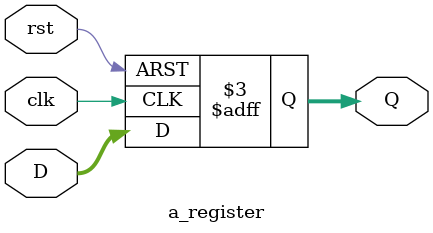
<source format=v>
`timescale 1ns / 1ps


module a_register(D,clk,rst,Q);
    
    input [7:0] D;
    input clk,rst;
    output reg [7:0] Q;
    
    always @(negedge rst, posedge clk)
    if (!rst)
        Q<=0;
    else
        Q<=D;
endmodule

</source>
